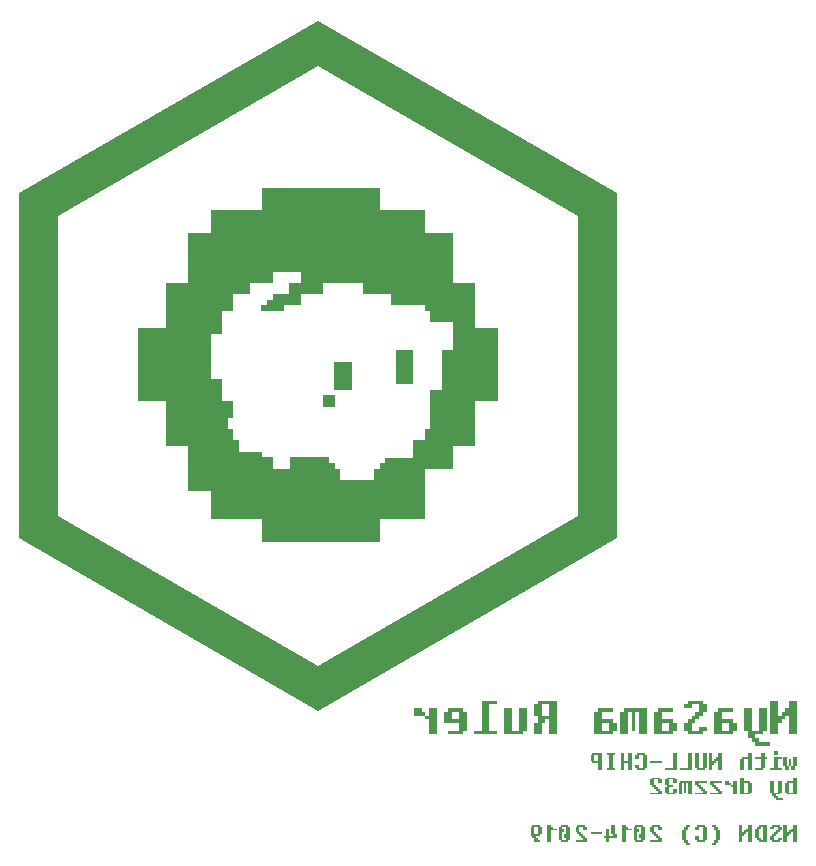
<source format=gbo>
G04*
G04 #@! TF.GenerationSoftware,Altium Limited,Altium Designer,18.1.9 (240)*
G04*
G04 Layer_Color=32896*
%FSLAX25Y25*%
%MOIN*%
G70*
G01*
G75*
G36*
X424403Y400846D02*
Y285846D01*
X324803Y228346D01*
X225203Y285846D01*
Y400846D01*
X324803Y458347D01*
X424403Y400846D01*
D02*
G37*
G36*
X438668Y189711D02*
X439297D01*
Y188463D01*
X438048D01*
Y189711D01*
X436799D01*
Y187834D01*
X437419D01*
Y187214D01*
X438048D01*
Y186585D01*
X438668D01*
Y185965D01*
X439297D01*
Y184716D01*
X435551D01*
Y185336D01*
X438048D01*
Y185965D01*
X437419D01*
Y186585D01*
X436799D01*
Y187214D01*
X436170D01*
Y187834D01*
X435551D01*
Y189711D01*
X436170D01*
Y190331D01*
X438668D01*
Y189711D01*
D02*
G37*
G36*
X413693D02*
X414322D01*
Y188463D01*
X413073D01*
Y189711D01*
X411825D01*
Y187834D01*
X412444D01*
Y187214D01*
X413073D01*
Y186585D01*
X413693D01*
Y185965D01*
X414322D01*
Y184716D01*
X410576D01*
Y185336D01*
X413073D01*
Y185965D01*
X412444D01*
Y186585D01*
X411825D01*
Y187214D01*
X411196D01*
Y187834D01*
X410576D01*
Y189711D01*
X411196D01*
Y190331D01*
X413693D01*
Y189711D01*
D02*
G37*
G36*
X484252Y184716D02*
X483003D01*
Y187834D01*
X482374D01*
Y187214D01*
X481754D01*
Y186585D01*
X481125D01*
Y184716D01*
X479877D01*
Y190331D01*
X481125D01*
Y187834D01*
X481754D01*
Y188463D01*
X482374D01*
Y189083D01*
X483003D01*
Y190331D01*
X484252D01*
Y184716D01*
D02*
G37*
G36*
X469267D02*
X468018D01*
Y187834D01*
X467389D01*
Y187214D01*
X466770D01*
Y186585D01*
X466141D01*
Y184716D01*
X464892D01*
Y190331D01*
X466141D01*
Y187834D01*
X466770D01*
Y188463D01*
X467389D01*
Y189083D01*
X468018D01*
Y190331D01*
X469267D01*
Y184716D01*
D02*
G37*
G36*
X419317Y187214D02*
X415571D01*
Y187834D01*
X419317D01*
Y187214D01*
D02*
G37*
G36*
X423683D02*
X424312D01*
Y185965D01*
X421814D01*
Y184716D01*
X420566D01*
Y185965D01*
X419937D01*
Y186585D01*
X420566D01*
Y189083D01*
X421814D01*
Y186585D01*
X423063D01*
Y187214D01*
X422434D01*
Y190331D01*
X423683D01*
Y187214D01*
D02*
G37*
G36*
X453653Y189711D02*
X454282D01*
Y185336D01*
X453653D01*
Y184716D01*
X451156D01*
Y185336D01*
X450536D01*
Y186585D01*
X451785D01*
Y185336D01*
X453033D01*
Y189711D01*
X451785D01*
Y188463D01*
X450536D01*
Y189711D01*
X451156D01*
Y190331D01*
X453653D01*
Y189711D01*
D02*
G37*
G36*
X478628D02*
X479257D01*
Y188463D01*
X478628D01*
Y187834D01*
X478008D01*
Y187214D01*
X477379D01*
Y186585D01*
X476759D01*
Y185336D01*
X478008D01*
Y185965D01*
X479257D01*
Y185336D01*
X478628D01*
Y184716D01*
X476130D01*
Y185336D01*
X475511D01*
Y186585D01*
X476130D01*
Y187214D01*
X476759D01*
Y187834D01*
X477379D01*
Y188463D01*
X478008D01*
Y189711D01*
X476759D01*
Y189083D01*
X475511D01*
Y189711D01*
X476130D01*
Y190331D01*
X478628D01*
Y189711D01*
D02*
G37*
G36*
X474262Y184716D02*
X471765D01*
Y185336D01*
X471136D01*
Y185965D01*
X470516D01*
Y189083D01*
X471136D01*
Y189711D01*
X471765D01*
Y190331D01*
X474262D01*
Y184716D01*
D02*
G37*
G36*
X433053Y189711D02*
X433673D01*
Y185336D01*
X433053D01*
Y184716D01*
X430556D01*
Y185336D01*
X429927D01*
Y189711D01*
X430556D01*
Y190331D01*
X433053D01*
Y189711D01*
D02*
G37*
G36*
X427429D02*
X428058D01*
Y189083D01*
X429307D01*
Y188463D01*
X427429D01*
Y184716D01*
X426181D01*
Y190331D01*
X427429D01*
Y189711D01*
D02*
G37*
G36*
X408078D02*
X408698D01*
Y185336D01*
X408078D01*
Y184716D01*
X405581D01*
Y185336D01*
X404952D01*
Y189711D01*
X405581D01*
Y190331D01*
X408078D01*
Y189711D01*
D02*
G37*
G36*
X402454D02*
X403083D01*
Y189083D01*
X404332D01*
Y188463D01*
X402454D01*
Y184716D01*
X401205D01*
Y190331D01*
X402454D01*
Y189711D01*
D02*
G37*
G36*
X398708D02*
X399337D01*
Y187214D01*
X398708D01*
Y186585D01*
X397459D01*
Y185965D01*
X398088D01*
Y185336D01*
X398708D01*
Y184716D01*
X396839D01*
Y185965D01*
X396211D01*
Y186585D01*
X395591D01*
Y189711D01*
X396211D01*
Y190331D01*
X398708D01*
Y189711D01*
D02*
G37*
G36*
X457399D02*
X458028D01*
Y188463D01*
X458648D01*
Y185336D01*
X458028D01*
Y184097D01*
X457399D01*
Y183468D01*
X456150D01*
Y184097D01*
X456779D01*
Y185336D01*
X457399D01*
Y188463D01*
X456779D01*
Y189711D01*
X456150D01*
Y190331D01*
X457399D01*
Y189711D01*
D02*
G37*
G36*
X448658D02*
X448038D01*
Y188463D01*
X447409D01*
Y185336D01*
X448038D01*
Y184097D01*
X448658D01*
Y183468D01*
X447409D01*
Y184097D01*
X446790D01*
Y185336D01*
X446161D01*
Y188463D01*
X446790D01*
Y189711D01*
X447409D01*
Y190331D01*
X448658D01*
Y189711D01*
D02*
G37*
G36*
X443663Y205460D02*
X444292D01*
Y204211D01*
X443043D01*
Y205460D01*
X441794D01*
Y203582D01*
X443043D01*
Y202962D01*
X441794D01*
Y201084D01*
X443043D01*
Y202333D01*
X444292D01*
Y201084D01*
X443663D01*
Y200465D01*
X441165D01*
Y201084D01*
X440546D01*
Y202962D01*
X441165D01*
Y203582D01*
X440546D01*
Y205460D01*
X441165D01*
Y206079D01*
X443663D01*
Y205460D01*
D02*
G37*
G36*
X438668D02*
X439297D01*
Y204211D01*
X438048D01*
Y205460D01*
X436799D01*
Y203582D01*
X437419D01*
Y202962D01*
X438048D01*
Y202333D01*
X438668D01*
Y201713D01*
X439297D01*
Y200465D01*
X435551D01*
Y201084D01*
X438048D01*
Y201713D01*
X437419D01*
Y202333D01*
X436799D01*
Y202962D01*
X436170D01*
Y203582D01*
X435551D01*
Y205460D01*
X436170D01*
Y206079D01*
X438668D01*
Y205460D01*
D02*
G37*
G36*
X464272Y200465D02*
X463023D01*
Y202962D01*
X462394D01*
Y203582D01*
X460526D01*
Y204831D01*
X461774D01*
Y204211D01*
X462394D01*
Y203582D01*
X463023D01*
Y204831D01*
X464272D01*
Y200465D01*
D02*
G37*
G36*
X479257Y201084D02*
X478628D01*
Y200465D01*
X477379D01*
Y199845D01*
X478008D01*
Y199216D01*
X479877D01*
Y198596D01*
X477379D01*
Y199216D01*
X476759D01*
Y199845D01*
X476130D01*
Y201084D01*
X475511D01*
Y204831D01*
X476759D01*
Y201084D01*
X478008D01*
Y204831D01*
X479257D01*
Y201084D01*
D02*
G37*
G36*
X484252Y200465D02*
X481125D01*
Y201084D01*
X480506D01*
Y204211D01*
X481125D01*
Y204831D01*
X483003D01*
Y206079D01*
X484252D01*
Y200465D01*
D02*
G37*
G36*
X466770Y204831D02*
X468638D01*
Y204211D01*
X469267D01*
Y201084D01*
X468638D01*
Y200465D01*
X465521D01*
Y206079D01*
X466770D01*
Y204831D01*
D02*
G37*
G36*
X459277Y204211D02*
X456779D01*
Y203582D01*
X457399D01*
Y202962D01*
X458028D01*
Y202333D01*
X458648D01*
Y201713D01*
X459277D01*
Y200465D01*
X455531D01*
Y201084D01*
X458028D01*
Y201713D01*
X457399D01*
Y202333D01*
X456779D01*
Y202962D01*
X456150D01*
Y203582D01*
X455531D01*
Y204831D01*
X459277D01*
Y204211D01*
D02*
G37*
G36*
X454282D02*
X451785D01*
Y203582D01*
X452404D01*
Y202962D01*
X453033D01*
Y202333D01*
X453653D01*
Y201713D01*
X454282D01*
Y200465D01*
X450536D01*
Y201084D01*
X453033D01*
Y201713D01*
X452404D01*
Y202333D01*
X451785D01*
Y202962D01*
X451156D01*
Y203582D01*
X450536D01*
Y204831D01*
X454282D01*
Y204211D01*
D02*
G37*
G36*
X449287Y200465D02*
X448038D01*
Y204211D01*
X447409D01*
Y201084D01*
X446790D01*
Y204211D01*
X446161D01*
Y200465D01*
X444912D01*
Y204211D01*
X445541D01*
Y204831D01*
X449287D01*
Y200465D01*
D02*
G37*
G36*
X478009Y213550D02*
X476760D01*
Y214799D01*
X478009D01*
Y213550D01*
D02*
G37*
G36*
X459277Y208555D02*
X458029D01*
Y211672D01*
X457400D01*
Y211053D01*
X456780D01*
Y210424D01*
X456151D01*
Y208555D01*
X454902D01*
Y214170D01*
X456151D01*
Y211672D01*
X456780D01*
Y212301D01*
X457400D01*
Y212921D01*
X458029D01*
Y214170D01*
X459277D01*
Y208555D01*
D02*
G37*
G36*
X429307D02*
X428058D01*
Y211053D01*
X426810D01*
Y208555D01*
X425561D01*
Y214170D01*
X426810D01*
Y211672D01*
X428058D01*
Y214170D01*
X429307D01*
Y208555D01*
D02*
G37*
G36*
X439297Y211053D02*
X435551D01*
Y211672D01*
X439297D01*
Y211053D01*
D02*
G37*
G36*
X484252Y209804D02*
X483623D01*
Y208555D01*
X482374D01*
Y209804D01*
X481755D01*
Y212301D01*
X482374D01*
Y209804D01*
X483004D01*
Y212921D01*
X484252D01*
Y209804D01*
D02*
G37*
G36*
X454282Y209175D02*
X453653D01*
Y208555D01*
X451156D01*
Y209175D01*
X450536D01*
Y214170D01*
X451785D01*
Y209175D01*
X453033D01*
Y214170D01*
X454282D01*
Y209175D01*
D02*
G37*
G36*
X433673Y213550D02*
X434302D01*
Y209175D01*
X433673D01*
Y208555D01*
X431176D01*
Y209175D01*
X430556D01*
Y210424D01*
X431805D01*
Y209175D01*
X433053D01*
Y213550D01*
X431805D01*
Y212301D01*
X430556D01*
Y213550D01*
X431176D01*
Y214170D01*
X433673D01*
Y213550D01*
D02*
G37*
G36*
X481126Y209804D02*
X481755D01*
Y208555D01*
X480506D01*
Y209804D01*
X479877D01*
Y212921D01*
X481126D01*
Y209804D01*
D02*
G37*
G36*
X479257Y212301D02*
X478009D01*
Y209175D01*
X479257D01*
Y208555D01*
X475511D01*
Y209175D01*
X476760D01*
Y212921D01*
X479257D01*
Y212301D01*
D02*
G37*
G36*
X473633Y212921D02*
X474262D01*
Y212301D01*
X473633D01*
Y209175D01*
X473013D01*
Y208555D01*
X470516D01*
Y209175D01*
X472385D01*
Y212301D01*
X470516D01*
Y212921D01*
X472385D01*
Y214170D01*
X473633D01*
Y212921D01*
D02*
G37*
G36*
X469267Y208555D02*
X468018D01*
Y212301D01*
X466770D01*
Y208555D01*
X465521D01*
Y212301D01*
X466141D01*
Y212921D01*
X468018D01*
Y214170D01*
X469267D01*
Y208555D01*
D02*
G37*
G36*
X449287D02*
X445541D01*
Y209175D01*
X448038D01*
Y214170D01*
X449287D01*
Y208555D01*
D02*
G37*
G36*
X444292D02*
X440546D01*
Y209175D01*
X443044D01*
Y214170D01*
X444292D01*
Y208555D01*
D02*
G37*
G36*
X423683Y213550D02*
X423064D01*
Y209175D01*
X423683D01*
Y208555D01*
X421186D01*
Y209175D01*
X421815D01*
Y213550D01*
X421186D01*
Y214170D01*
X423683D01*
Y213550D01*
D02*
G37*
G36*
X419317Y208555D02*
X418069D01*
Y211053D01*
X416191D01*
Y211672D01*
X415571D01*
Y213550D01*
X416191D01*
Y214170D01*
X419317D01*
Y208555D01*
D02*
G37*
G36*
X484252Y220472D02*
X481753D01*
Y226710D01*
X480494D01*
Y225470D01*
X479254D01*
Y224212D01*
X477996D01*
Y220472D01*
X475497D01*
Y231708D01*
X477996D01*
Y226710D01*
X479254D01*
Y227969D01*
X480494D01*
Y229209D01*
X481753D01*
Y231708D01*
X484252D01*
Y220472D01*
D02*
G37*
G36*
X364307D02*
X361808D01*
Y225470D01*
X360550D01*
Y226710D01*
X356811D01*
Y229209D01*
X359310D01*
Y227969D01*
X360550D01*
Y226710D01*
X361808D01*
Y229209D01*
X364307D01*
Y220472D01*
D02*
G37*
G36*
X474257Y221713D02*
X472998D01*
Y220472D01*
X470499D01*
Y219232D01*
X471758D01*
Y217974D01*
X475497D01*
Y216733D01*
X470499D01*
Y217974D01*
X469259D01*
Y219232D01*
X468000D01*
Y221713D01*
X466760D01*
Y229209D01*
X469259D01*
Y221713D01*
X471758D01*
Y229209D01*
X474257D01*
Y221713D01*
D02*
G37*
G36*
X394293D02*
X393035D01*
Y220472D01*
X386797D01*
Y229209D01*
X389296D01*
Y221713D01*
X391794D01*
Y229209D01*
X394293D01*
Y221713D01*
D02*
G37*
G36*
X463002Y227969D02*
X459264D01*
Y225470D01*
X463002D01*
Y224212D01*
X464261D01*
Y221713D01*
X463002D01*
Y220472D01*
X456765D01*
Y227969D01*
X458005D01*
Y229209D01*
X463002D01*
Y227969D01*
D02*
G37*
G36*
X453007Y230468D02*
X454266D01*
Y227969D01*
X453007D01*
Y226710D01*
X451767D01*
Y225470D01*
X450508D01*
Y224212D01*
X449268D01*
Y221713D01*
X451767D01*
Y222971D01*
X454266D01*
Y221713D01*
X453007D01*
Y220472D01*
X448009D01*
Y221713D01*
X446769D01*
Y224212D01*
X448009D01*
Y225470D01*
X449268D01*
Y226710D01*
X450508D01*
Y227969D01*
X451767D01*
Y230468D01*
X449268D01*
Y229209D01*
X446769D01*
Y230468D01*
X448009D01*
Y231708D01*
X453007D01*
Y230468D01*
D02*
G37*
G36*
X443012Y227969D02*
X439273D01*
Y225470D01*
X443012D01*
Y224212D01*
X444270D01*
Y221713D01*
X443012D01*
Y220472D01*
X436774D01*
Y227969D01*
X438014D01*
Y229209D01*
X443012D01*
Y227969D01*
D02*
G37*
G36*
X434275Y220472D02*
X431776D01*
Y227969D01*
X430517D01*
Y221713D01*
X429277D01*
Y227969D01*
X428019D01*
Y220472D01*
X425520D01*
Y227969D01*
X426778D01*
Y229209D01*
X434275D01*
Y220472D01*
D02*
G37*
G36*
X423021Y227969D02*
X419282D01*
Y225470D01*
X423021D01*
Y224212D01*
X424280D01*
Y221713D01*
X423021D01*
Y220472D01*
X416783D01*
Y227969D01*
X418023D01*
Y229209D01*
X423021D01*
Y227969D01*
D02*
G37*
G36*
X404289Y220472D02*
X401790D01*
Y225470D01*
X400531D01*
Y224212D01*
X399291D01*
Y220472D01*
X396792D01*
Y224212D01*
X398032D01*
Y226710D01*
X396792D01*
Y230468D01*
X398032D01*
Y231708D01*
X404289D01*
Y220472D01*
D02*
G37*
G36*
X384298Y230468D02*
X381799D01*
Y221713D01*
X384298D01*
Y220472D01*
X376801D01*
Y221713D01*
X379300D01*
Y231708D01*
X384298D01*
Y230468D01*
D02*
G37*
G36*
X373044Y227969D02*
X374303D01*
Y221713D01*
X373044D01*
Y220472D01*
X368046D01*
Y221713D01*
X371804D01*
Y224212D01*
X366806D01*
Y227969D01*
X368046D01*
Y229209D01*
X373044D01*
Y227969D01*
D02*
G37*
%LPC*%
G36*
X324803Y443347D02*
X238203Y393347D01*
Y293347D01*
X324803Y243347D01*
X411403Y293347D01*
Y294847D01*
Y393347D01*
X324803Y443347D01*
D02*
G37*
%LPD*%
G36*
X345303Y395247D02*
X360303D01*
Y387747D01*
X369603D01*
Y370947D01*
X377103D01*
Y355946D01*
X384603D01*
Y331546D01*
X384603Y331546D01*
X377103Y331546D01*
Y316547D01*
X369603D01*
Y309047D01*
X360303Y309047D01*
Y292247D01*
X345303Y292247D01*
Y284447D01*
X305903D01*
Y292146D01*
X289003D01*
Y301547D01*
X281503D01*
Y316547D01*
X274003D01*
Y331546D01*
X264603D01*
Y355946D01*
X274003D01*
Y370947D01*
X281503D01*
Y387747D01*
X289003D01*
Y395247D01*
X305903D01*
Y402547D01*
X345303D01*
Y395247D01*
D02*
G37*
%LPC*%
G36*
X319003Y374646D02*
X309603D01*
Y370947D01*
X302103D01*
Y367146D01*
X296503D01*
Y361546D01*
X292803D01*
Y354047D01*
X289003D01*
Y339047D01*
X292803D01*
Y331546D01*
X296503D01*
Y325946D01*
X294603D01*
Y322247D01*
X296503D01*
Y318446D01*
X298403D01*
Y314647D01*
X305903D01*
Y312796D01*
X309603D01*
Y309047D01*
X315303D01*
Y312796D01*
X328403D01*
Y310946D01*
X330303D01*
Y309047D01*
X332103D01*
Y305246D01*
X343403D01*
Y309047D01*
X345303D01*
Y310946D01*
X347103D01*
Y312747D01*
X356503D01*
Y318446D01*
X360303D01*
Y322147D01*
X362103D01*
Y335246D01*
X365903D01*
Y348446D01*
X369603D01*
X369603Y357846D01*
X362103D01*
Y361546D01*
X360303D01*
Y363446D01*
X349003D01*
Y367146D01*
X339603D01*
Y370947D01*
X326503D01*
Y367146D01*
X319003D01*
Y363446D01*
X313403D01*
Y361546D01*
X305803D01*
Y363446D01*
X307753D01*
Y365347D01*
X309603D01*
Y367247D01*
X315203D01*
Y370947D01*
X319003D01*
Y374646D01*
D02*
G37*
%LPD*%
G36*
X356503Y337146D02*
X350803D01*
Y348446D01*
X356503Y348446D01*
Y337146D01*
D02*
G37*
G36*
X335903Y335297D02*
X330203D01*
Y344746D01*
X335903D01*
Y335297D01*
D02*
G37*
G36*
X330303Y329646D02*
X326503D01*
Y333447D01*
X330303D01*
Y329646D01*
D02*
G37*
%LPC*%
G36*
X473013Y189711D02*
X472384D01*
Y189083D01*
X471765D01*
Y185965D01*
X472384D01*
Y185336D01*
X473013D01*
Y189711D01*
D02*
G37*
G36*
X432424D02*
X431176D01*
Y189083D01*
X431805D01*
Y187834D01*
X431176D01*
Y185336D01*
X432424D01*
Y185965D01*
X431805D01*
Y187214D01*
X432424D01*
Y189711D01*
D02*
G37*
G36*
X407449D02*
X406201D01*
Y189083D01*
X406830D01*
Y187834D01*
X406201D01*
Y185336D01*
X407449D01*
Y185965D01*
X406830D01*
Y187214D01*
X407449D01*
Y189711D01*
D02*
G37*
G36*
X398088D02*
X396839D01*
Y187214D01*
X398088D01*
Y189711D01*
D02*
G37*
G36*
X483003Y204211D02*
X481754D01*
Y201084D01*
X483003D01*
Y204211D01*
D02*
G37*
G36*
X468018D02*
X466770D01*
Y201084D01*
X468018D01*
Y204211D01*
D02*
G37*
G36*
X418069Y213550D02*
X416820D01*
Y211672D01*
X418069D01*
Y213550D01*
D02*
G37*
G36*
X461762Y224212D02*
X459264D01*
Y221713D01*
X461762D01*
Y224212D01*
D02*
G37*
G36*
X441772D02*
X439273D01*
Y221713D01*
X441772D01*
Y224212D01*
D02*
G37*
G36*
X421781D02*
X419282D01*
Y221713D01*
X421781D01*
Y224212D01*
D02*
G37*
G36*
X401790Y230468D02*
X399291D01*
Y226710D01*
X401790D01*
Y230468D01*
D02*
G37*
G36*
X371804Y227969D02*
X369305D01*
Y225470D01*
X371804D01*
Y227969D01*
D02*
G37*
%LPD*%
M02*

</source>
